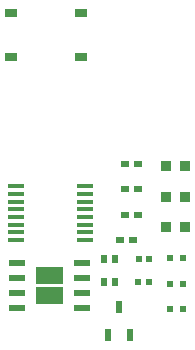
<source format=gbr>
%TF.GenerationSoftware,KiCad,Pcbnew,8.0.0*%
%TF.CreationDate,2024-04-03T23:18:40+02:00*%
%TF.ProjectId,PowerSubsystem,506f7765-7253-4756-9273-797374656d2e,rev?*%
%TF.SameCoordinates,Original*%
%TF.FileFunction,Paste,Top*%
%TF.FilePolarity,Positive*%
%FSLAX46Y46*%
G04 Gerber Fmt 4.6, Leading zero omitted, Abs format (unit mm)*
G04 Created by KiCad (PCBNEW 8.0.0) date 2024-04-03 23:18:40*
%MOMM*%
%LPD*%
G01*
G04 APERTURE LIST*
%ADD10C,0.000000*%
%ADD11R,0.990600X0.762000*%
%ADD12R,0.900000X0.950000*%
%ADD13R,0.750000X0.600000*%
%ADD14R,0.482600X1.117600*%
%ADD15R,0.605600X0.500000*%
%ADD16R,1.475000X0.450000*%
%ADD17R,0.610000X0.630000*%
%ADD18R,1.460500X0.558800*%
%ADD19R,0.620000X0.640000*%
%ADD20R,0.600000X0.620000*%
G04 APERTURE END LIST*
D10*
%TO.C,U1*%
G36*
X125563200Y-90655000D02*
G01*
X123248600Y-90655000D01*
X123248600Y-89153200D01*
X125563200Y-89153200D01*
X125563200Y-90655000D01*
G37*
G36*
X125563200Y-92356800D02*
G01*
X123248600Y-92356800D01*
X123248600Y-90855000D01*
X125563200Y-90855000D01*
X125563200Y-92356800D01*
G37*
%TD*%
D11*
%TO.C,SW1*%
X121106398Y-67698300D03*
X127106402Y-67698300D03*
X121106398Y-71448300D03*
X127106402Y-71448300D03*
%TD*%
D12*
%TO.C,R1*%
X134310000Y-80680000D03*
X135910000Y-80680000D03*
%TD*%
D13*
%TO.C,R7*%
X130345000Y-86880000D03*
X131445000Y-86880000D03*
%TD*%
%TO.C,R6*%
X130835000Y-84780000D03*
X131935000Y-84780000D03*
%TD*%
D14*
%TO.C,U2*%
X129339999Y-94957600D03*
X131240001Y-94957600D03*
X130290000Y-92570000D03*
%TD*%
D13*
%TO.C,R5*%
X130835000Y-82630000D03*
X131935000Y-82630000D03*
%TD*%
%TO.C,R4*%
X130835000Y-80480000D03*
X131935000Y-80480000D03*
%TD*%
D12*
%TO.C,R3*%
X134310000Y-85780000D03*
X135910000Y-85780000D03*
%TD*%
D15*
%TO.C,C1*%
X134624400Y-88469200D03*
X135730000Y-88469200D03*
%TD*%
D16*
%TO.C,IC1*%
X121550000Y-82350000D03*
X121550000Y-83000000D03*
X121550000Y-83650000D03*
X121550000Y-84300000D03*
X121550000Y-84950000D03*
X121550000Y-85600000D03*
X121550000Y-86250000D03*
X121550000Y-86900000D03*
X127426000Y-86900000D03*
X127426000Y-86250000D03*
X127426000Y-85600000D03*
X127426000Y-84950000D03*
X127426000Y-84300000D03*
X127426000Y-83650000D03*
X127426000Y-83000000D03*
X127426000Y-82350000D03*
%TD*%
D12*
%TO.C,R2*%
X134310000Y-83230000D03*
X135910000Y-83230000D03*
%TD*%
D15*
%TO.C,C6*%
X134624400Y-92790000D03*
X135730000Y-92790000D03*
%TD*%
D17*
%TO.C,C3*%
X131945000Y-88500000D03*
X132865000Y-88500000D03*
%TD*%
D18*
%TO.C,U1*%
X121681750Y-88850000D03*
X121681750Y-90120000D03*
X121681750Y-91390000D03*
X121681750Y-92660000D03*
X127130050Y-92660000D03*
X127130050Y-91390000D03*
X127130050Y-90120000D03*
X127130050Y-88850000D03*
%TD*%
D15*
%TO.C,C2*%
X134624400Y-90629600D03*
X135730000Y-90629600D03*
%TD*%
D19*
%TO.C,C4*%
X129060000Y-88500000D03*
X129980000Y-88500000D03*
%TD*%
%TO.C,C5*%
X129060000Y-90490000D03*
X129980000Y-90490000D03*
%TD*%
D20*
%TO.C,C7*%
X131940000Y-90480000D03*
X132860000Y-90480000D03*
%TD*%
M02*

</source>
